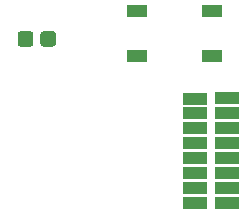
<source format=gbr>
G04 #@! TF.GenerationSoftware,KiCad,Pcbnew,(5.99.0-2119-g1c72042fc)*
G04 #@! TF.CreationDate,2020-07-24T00:21:19+02:00*
G04 #@! TF.ProjectId,ledCollar_PCB,6c656443-6f6c-46c6-9172-5f5043422e6b,rev?*
G04 #@! TF.SameCoordinates,Original*
G04 #@! TF.FileFunction,Paste,Bot*
G04 #@! TF.FilePolarity,Positive*
%FSLAX46Y46*%
G04 Gerber Fmt 4.6, Leading zero omitted, Abs format (unit mm)*
G04 Created by KiCad (PCBNEW (5.99.0-2119-g1c72042fc)) date 2020-07-24 00:21:19*
%MOMM*%
%LPD*%
G01*
G04 APERTURE LIST*
%ADD10R,2.000000X1.000000*%
%ADD11R,1.700000X1.000000*%
G04 APERTURE END LIST*
D10*
X116650000Y-116865400D03*
X116650000Y-118135400D03*
X116650000Y-110515400D03*
X116650000Y-111785400D03*
X116650000Y-109290400D03*
X116650000Y-113055400D03*
X116650000Y-114325400D03*
X116650000Y-115595400D03*
X119380000Y-115570000D03*
X119380000Y-116840000D03*
X119380000Y-118110000D03*
X119380000Y-110490000D03*
X119380000Y-109265000D03*
X119380000Y-111760000D03*
X119380000Y-113030000D03*
X119380000Y-114300000D03*
G36*
G01*
X102950000Y-103850000D02*
X102950000Y-104650000D01*
G75*
G02*
X102700000Y-104900000I-250000J0D01*
G01*
X101875000Y-104900000D01*
G75*
G02*
X101625000Y-104650000I0J250000D01*
G01*
X101625000Y-103850000D01*
G75*
G02*
X101875000Y-103600000I250000J0D01*
G01*
X102700000Y-103600000D01*
G75*
G02*
X102950000Y-103850000I0J-250000D01*
G01*
G37*
G36*
G01*
X104875000Y-103850000D02*
X104875000Y-104650000D01*
G75*
G02*
X104625000Y-104900000I-250000J0D01*
G01*
X103800000Y-104900000D01*
G75*
G02*
X103550000Y-104650000I0J250000D01*
G01*
X103550000Y-103850000D01*
G75*
G02*
X103800000Y-103600000I250000J0D01*
G01*
X104625000Y-103600000D01*
G75*
G02*
X104875000Y-103850000I0J-250000D01*
G01*
G37*
D11*
X111760000Y-105654000D03*
X118060000Y-105654000D03*
X111760000Y-101854000D03*
X118060000Y-101854000D03*
M02*

</source>
